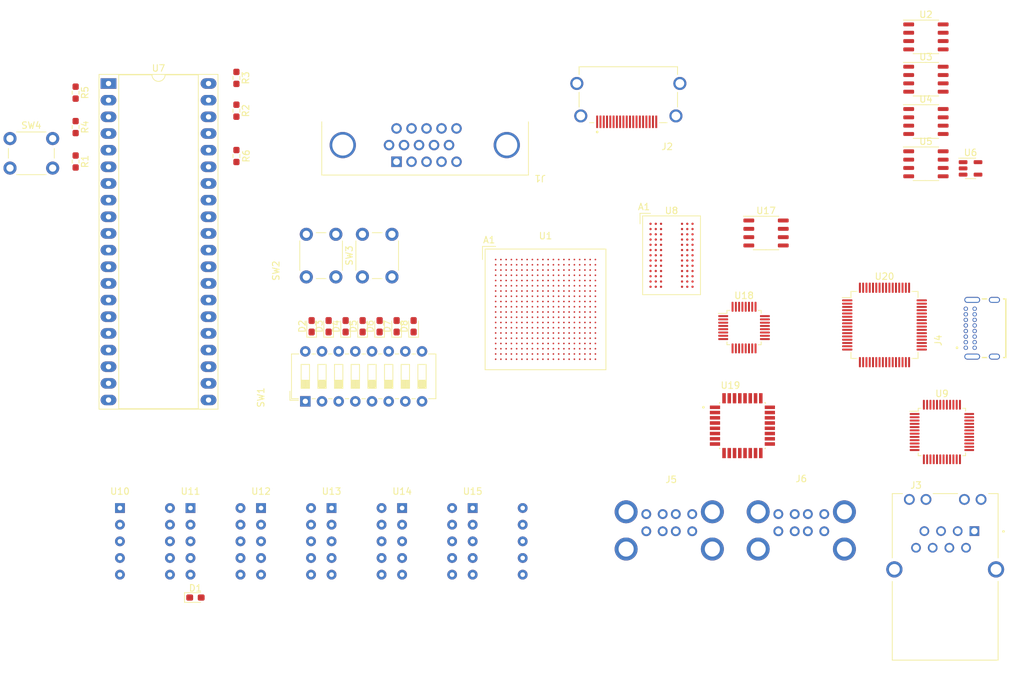
<source format=kicad_pcb>
(kicad_pcb (version 20221018) (generator pcbnew)
  (layers (0 "F.Cu" signal) (31 "B.Cu" signal) (34 "B.Paste" user) (35 "F.Paste" user) (36 "B.SilkS" user "B.Silkscreen") (37 "F.SilkS" user "F.Silkscreen") (38 "B.Mask" user) (39 "F.Mask" user) (44 "Edge.Cuts" user))
  (net 0 "")
  (net 565 "/cpu/~{CPU_VPB}")
  (net 566 "/cpu/CPU_RDY")
  (net 568 "/cpu/~{CPU_IRQB}")
  (net 569 "/cpu/~{CPU_MLB}")
  (net 570 "/cpu/~{CPU_NMIB}")
  (net 571 "/cpu/CPU_SYNC")
  (net 572 "+3V3")
  (net 573 "/cpu/CPU_ADDR0")
  (net 574 "/cpu/CPU_ADDR1")
  (net 575 "/cpu/CPU_ADDR2")
  (net 576 "/cpu/CPU_ADDR3")
  (net 577 "/cpu/CPU_ADDR4")
  (net 578 "/cpu/CPU_ADDR5")
  (net 579 "/cpu/CPU_ADDR6")
  (net 580 "/cpu/CPU_ADDR7")
  (net 581 "/cpu/CPU_ADDR8")
  (net 582 "/cpu/CPU_ADDR9")
  (net 583 "/cpu/CPU_ADDR10")
  (net 584 "/cpu/CPU_ADDR11")
  (net 585 "GND")
  (net 586 "/cpu/CPU_ADDR12")
  (net 587 "/cpu/CPU_ADDR13")
  (net 588 "/cpu/CPU_ADDR14")
  (net 589 "/cpu/CPU_ADDR15")
  (net 590 "/cpu/CPU_DATA7")
  (net 591 "/cpu/CPU_DATA6")
  (net 592 "/cpu/CPU_DATA5")
  (net 593 "/cpu/CPU_DATA4")
  (net 594 "/cpu/CPU_DATA3")
  (net 595 "/cpu/CPU_DATA2")
  (net 596 "/cpu/CPU_DATA1")
  (net 597 "/cpu/CPU_DATA0")
  (net 598 "/cpu/~{CPU_RWB}")
  (net 600 "/cpu/CPU_BE")
  (net 601 "/cpu/CPU_PHI2")
  (net 602 "Net-(U7-~{SOB})")
  (net 604 "/cpu/~{CPU_RESB}")
  (footprint "Connector_USB:0672984091" (layer "F.Cu") (at 120.9525 93.885)
    (fp_text reference "J5")
    (fp_text value "USB_A_Stacked")
  )
  (footprint "LED_SMD:LED_0603_1608Metric_Pad1.05x0.95mm_HandSolder" (layer "F.Cu") (at 82.91 62.625 90)
    (fp_text reference "D7")
    (fp_text value "LED")
  )
  (footprint "Resistor_SMD:R_0603_1608Metric_Pad0.98x0.95mm_HandSolder" (layer "F.Cu") (at 58.5 36.6625 90)
    (fp_text reference "R6")
    (fp_text value "10K")
  )
  (footprint "Resistor_SMD:R_0603_1608Metric_Pad0.98x0.95mm_HandSolder" (layer "F.Cu") (at 34 37.5 -90)
    (fp_text reference "R1")
    (fp_text value "10K")
  )
  (footprint "Display_7Segment:LTS-4802B" (layer "F.Cu") (at 40.75 90.34)
    (fp_text reference "U10")
    (fp_text value "~")
  )
  (footprint "Connector_HDMI:AMPHENOL_10029449-111RLF" (layer "F.Cu") (at 118.21925 25.5975 180)
    (fp_text reference "J2")
    (fp_text value "10029449-111RLF")
  )
  (footprint "Package_QFP:LQFP-32_5x5mm_P0.5mm" (layer "F.Cu") (at 135.85 62.825)
    (fp_text reference "U18")
    (fp_text value "MAX3421E")
  )
  (footprint "LED_SMD:LED_0603_1608Metric_Pad1.05x0.95mm_HandSolder" (layer "F.Cu") (at 85.5 62.625 90)
    (fp_text reference "D8")
    (fp_text value "LED")
  )
  (footprint "Resistor_SMD:R_0603_1608Metric_Pad0.98x0.95mm_HandSolder" (layer "F.Cu") (at 58.5 24.75 -90)
    (fp_text reference "R3")
    (fp_text value "10K")
  )
  (footprint "LED_SMD:LED_0603_1608Metric_Pad1.05x0.95mm_HandSolder" (layer "F.Cu") (at 77.73 62.625 90)
    (fp_text reference "D5")
    (fp_text value "LED")
  )
  (footprint "Package_QFP:LQFP-64_10x10mm_P0.5mm" (layer "F.Cu") (at 157.25 62.425)
    (fp_text reference "U20")
    (fp_text value "FT4232H")
  )
  (footprint "Connector_RJ:BEL_SI-50170-F" (layer "F.Cu") (at 166.5 102.75)
    (fp_text reference "J3")
    (fp_text value "SI-50170-F")
  )
  (footprint "Resistor_SMD:R_0603_1608Metric_Pad0.98x0.95mm_HandSolder" (layer "F.Cu") (at 34 27 -90)
    (fp_text reference "R5")
    (fp_text value "10K")
  )
  (footprint "Button_Switch_THT:SW_PUSH_6mm_H5mm" (layer "F.Cu") (at 24 34)
    (fp_text reference "SW4")
    (fp_text value "SW_Push")
  )
  (footprint "LED_SMD:LED_0603_1608Metric_Pad1.05x0.95mm_HandSolder" (layer "F.Cu") (at 69.96 62.625 90)
    (fp_text reference "D2")
    (fp_text value "LED")
  )
  (footprint "LED_SMD:LED_0603_1608Metric_Pad1.05x0.95mm_HandSolder" (layer "F.Cu") (at 72.55 62.625 90)
    (fp_text reference "D3")
    (fp_text value "LED")
  )
  (footprint "Display_7Segment:LTS-4802B" (layer "F.Cu") (at 62.25 90.34)
    (fp_text reference "U12")
    (fp_text value "~")
  )
  (footprint "Package_QFP:LQFP-48_7x7mm_P0.5mm" (layer "F.Cu") (at 166 78.75)
    (fp_text reference "U9")
    (fp_text value "~")
  )
  (footprint "Package_SO:SOP-8_3.9x4.9mm_P1.27mm" (layer "F.Cu") (at 139.2 48.4)
    (fp_text reference "U17")
    (fp_text value "~")
  )
  (footprint "Package_BGA:BGA-400_17.0x17.0mm_Layout20x20_P0.8mm" (layer "F.Cu") (at 105.6 60.05)
    (fp_text reference "U1")
    (fp_text value "~")
  )
  (footprint "Package_TO_SOT_SMD:TSOT-23-5" (layer "F.Cu") (at 170.3625 38.55)
    (fp_text reference "U6")
    (fp_text value "~")
  )
  (footprint "Button_Switch_THT:SW_PUSH_6mm_H5mm" (layer "F.Cu") (at 69.15 55.1 90)
    (fp_text reference "SW2")
    (fp_text value "SW_Push")
  )
  (footprint "Package_DIP:DIP-40_W15.24mm_Socket_LongPads" (layer "F.Cu") (at 39.01 25.61)
    (fp_text reference "U7")
    (fp_text value "W65C02P")
  )
  (footprint "LED_SMD:LED_0603_1608Metric_Pad1.05x0.95mm_HandSolder" (layer "F.Cu") (at 75.14 62.625 90)
    (fp_text reference "D4")
    (fp_text value "LED")
  )
  (footprint "Package_SO:SOP-8_3.9x4.9mm_P1.27mm" (layer "F.Cu") (at 163.5625 24.95)
    (fp_text reference "U3")
    (fp_text value "~")
  )
  (footprint "Display_7Segment:LTS-4802B" (layer "F.Cu") (at 73 90.34)
    (fp_text reference "U13")
    (fp_text value "~")
  )
  (footprint "Button_Switch_THT:SW_DIP_SPSTx08_Slide_6.7x21.88mm_W7.62mm_P2.54mm_LowProfile" (layer "F.Cu") (at 69 74.07 90)
    (fp_text reference "SW1")
    (fp_text value "SW_DIP_x08")
  )
  (footprint "Package_SO:SOP-8_3.9x4.9mm_P1.27mm" (layer "F.Cu") (at 163.5625 31.4)
    (fp_text reference "U4")
    (fp_text value "~")
  )
  (footprint "Display_7Segment:LTS-4802B" (layer "F.Cu") (at 51.5 90.34)
    (fp_text reference "U11")
    (fp_text value "~")
  )
  (footprint "Connector_USB:GCT_USB4085-GF-A_REVB" (layer "F.Cu") (at 174 62.925 90)
    (fp_text reference "J4")
    (fp_text value "USB4085-GF-A_REVB")
  )
  (footprint "Package_SO:SOP-8_3.9x4.9mm_P1.27mm" (layer "F.Cu") (at 163.5625 18.5)
    (fp_text reference "U2")
    (fp_text value "~")
  )
  (footprint "LED_SMD:LED_0603_1608Metric_Pad1.05x0.95mm_HandSolder" (layer "F.Cu") (at 52.255 103.99)
    (fp_text reference "D1")
    (fp_text value "LED")
  )
  (footprint "Package_BGA:BGA-78_8.0x10.5mm_Layout9x12_P0.8mm" (layer "F.Cu") (at 124.8 51.8)
    (fp_text reference "U8")
    (fp_text value "~")
  )
  (footprint "Connector_Dsub:ICD15S13E4GX00LF" (layer "F.Cu") (at 99.696 34.9955 180)
    (fp_text reference "J1")
    (fp_text value "DB15_Female_HighDensity_MountingHoles")
  )
  (footprint "Resistor_SMD:R_0603_1608Metric_Pad0.98x0.95mm_HandSolder" (layer "F.Cu") (at 34 32.25 -90)
    (fp_text reference "R4")
    (fp_text value "10K")
  )
  (footprint "Resistor_SMD:R_0603_1608Metric_Pad0.98x0.95mm_HandSolder" (layer "F.Cu") (at 58.5 29.75 -90)
    (fp_text reference "R2")
    (fp_text value "10K")
  )
  (footprint "Display_7Segment:LTS-4802B" (layer "F.Cu") (at 83.75 90.34)
    (fp_text reference "U14")
    (fp_text value "~")
  )
  (footprint "Package_SO:SOP-8_3.9x4.9mm_P1.27mm" (layer "F.Cu") (at 163.5625 37.85)
    (fp_text reference "U5")
    (fp_text value "~")
  )
  (footprint "Connector_USB:0672984091" (layer "F.Cu") (at 141.0725 93.885)
    (fp_text reference "J6")
    (fp_text value "USB_A_Stacked")
  )
  (footprint "Button_Switch_THT:SW_PUSH_6mm_H5mm" (layer "F.Cu") (at 77.7 55.1 90)
    (fp_text reference "SW3")
    (fp_text value "SW_Push")
  )
  (footprint "Package_QFP:QFP80P900X900X160-32N" (layer "F.Cu") (at 135.6 77.78)
    (fp_text reference "U19")
    (fp_text value "TUSB2046BVFR")
  )
  (footprint "Display_7Segment:LTS-4802B" (layer "F.Cu") (at 94.5 90.34)
    (fp_text reference "U15")
    (fp_text value "~")
  )
  (footprint "LED_SMD:LED_0603_1608Metric_Pad1.05x0.95mm_HandSolder" (layer "F.Cu") (at 80.32 62.625 90)
    (fp_text reference "D6")
    (fp_text value "LED")
  )
)
</source>
